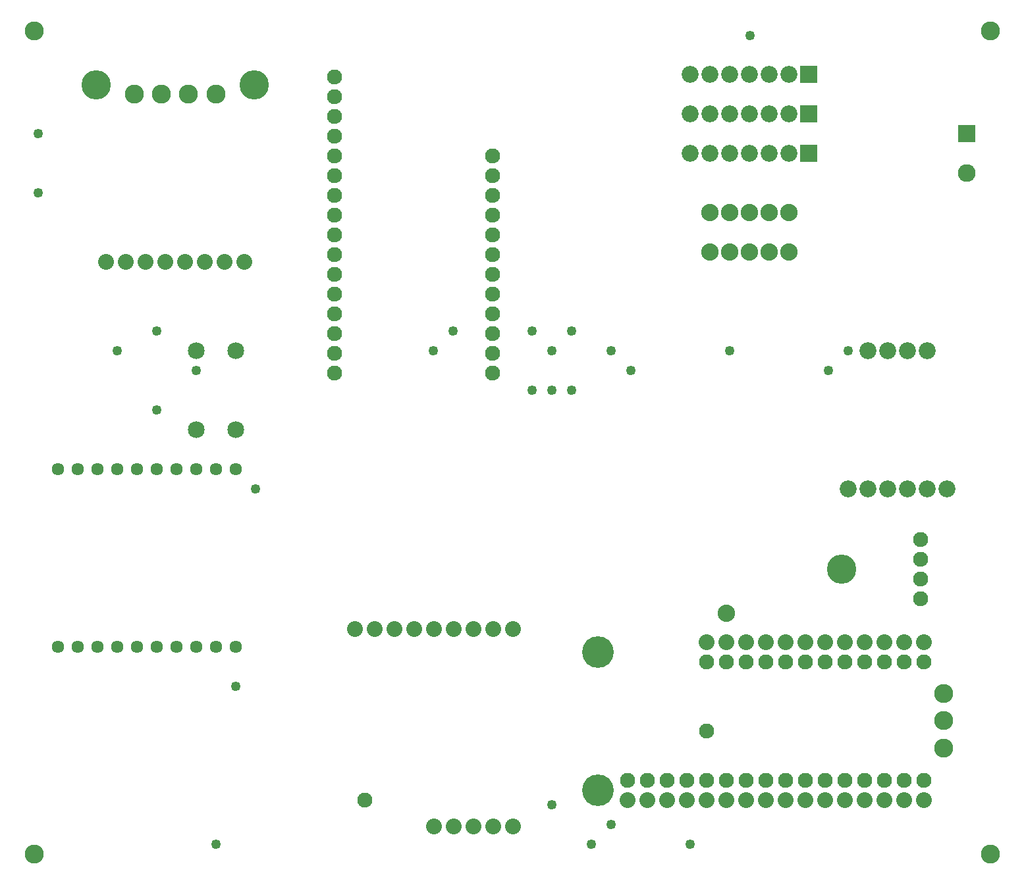
<source format=gts>
G04 MADE WITH FRITZING*
G04 WWW.FRITZING.ORG*
G04 DOUBLE SIDED*
G04 HOLES PLATED*
G04 CONTOUR ON CENTER OF CONTOUR VECTOR*
%ASAXBY*%
%FSLAX23Y23*%
%MOIN*%
%OFA0B0*%
%SFA1.0B1.0*%
%ADD10C,0.076000*%
%ADD11C,0.080000*%
%ADD12C,0.086000*%
%ADD13C,0.160000*%
%ADD14C,0.096000*%
%ADD15C,0.148425*%
%ADD16C,0.088000*%
%ADD17C,0.090000*%
%ADD18C,0.063528*%
%ADD19C,0.085000*%
%ADD20C,0.049370*%
%ADD21C,0.096614*%
%ADD22R,0.086000X0.086000*%
%ADD23R,0.090000X0.090000*%
%LNMASK1*%
G90*
G70*
G54D10*
X1602Y2518D03*
X1602Y2618D03*
X1602Y2718D03*
X1602Y2818D03*
X1602Y2918D03*
X1602Y3018D03*
X1602Y3118D03*
X1602Y3218D03*
X1602Y3318D03*
X1602Y3418D03*
X1602Y3518D03*
X1602Y3618D03*
X1602Y3718D03*
X1602Y3818D03*
X1602Y3918D03*
X1602Y4018D03*
X2402Y3618D03*
X2402Y3518D03*
X2402Y3418D03*
X2402Y3318D03*
X2402Y3218D03*
X2402Y3118D03*
X2402Y3018D03*
X2402Y2918D03*
X2402Y2818D03*
X2402Y2718D03*
X2402Y2618D03*
X2402Y2518D03*
G54D11*
X2505Y222D03*
X2405Y222D03*
X2305Y222D03*
X2205Y222D03*
X2105Y222D03*
G54D10*
X1755Y357D03*
G54D11*
X2505Y1222D03*
X2405Y1222D03*
X2305Y1222D03*
X2205Y1222D03*
X2105Y1222D03*
X2005Y1222D03*
X1905Y1222D03*
X1805Y1222D03*
X1705Y1222D03*
G54D12*
X4000Y3833D03*
X3900Y3833D03*
X3800Y3833D03*
X3700Y3833D03*
X3600Y3833D03*
X3500Y3833D03*
X3400Y3833D03*
X4000Y4033D03*
X3900Y4033D03*
X3800Y4033D03*
X3700Y4033D03*
X3600Y4033D03*
X3500Y4033D03*
X3400Y4033D03*
X4000Y3633D03*
X3900Y3633D03*
X3800Y3633D03*
X3700Y3633D03*
X3600Y3633D03*
X3500Y3633D03*
X3400Y3633D03*
X4200Y1933D03*
X4300Y1933D03*
X4400Y1933D03*
X4500Y1933D03*
X4600Y1933D03*
X4700Y1933D03*
X4300Y2633D03*
X4400Y2633D03*
X4500Y2633D03*
X4600Y2633D03*
G54D11*
X4283Y356D03*
G54D13*
X2933Y1106D03*
G54D11*
X4183Y1156D03*
G54D14*
X4683Y758D03*
G54D11*
X4583Y1156D03*
X3783Y1156D03*
G54D10*
X4583Y456D03*
X4483Y456D03*
X4383Y456D03*
X4283Y456D03*
G54D11*
X4083Y356D03*
G54D10*
X4183Y456D03*
G54D11*
X4483Y356D03*
G54D10*
X4083Y456D03*
G54D11*
X4383Y1156D03*
G54D10*
X3983Y456D03*
G54D11*
X3983Y1156D03*
G54D10*
X3883Y456D03*
G54D11*
X3583Y1156D03*
G54D10*
X3783Y456D03*
X3683Y456D03*
X3583Y456D03*
X3483Y456D03*
X3383Y456D03*
X3283Y456D03*
X3183Y456D03*
G54D11*
X3983Y356D03*
G54D10*
X3083Y456D03*
G54D11*
X4183Y356D03*
G54D10*
X3483Y706D03*
G54D11*
X4383Y356D03*
G54D10*
X3483Y1056D03*
G54D11*
X4583Y356D03*
G54D10*
X3583Y1056D03*
G54D11*
X4483Y1156D03*
G54D10*
X3683Y1056D03*
G54D11*
X4283Y1156D03*
G54D10*
X3783Y1056D03*
G54D11*
X4083Y1156D03*
G54D10*
X3883Y1056D03*
G54D11*
X3883Y1156D03*
G54D10*
X3983Y1056D03*
G54D11*
X3683Y1156D03*
G54D10*
X4083Y1056D03*
G54D11*
X3483Y1156D03*
G54D10*
X4183Y1056D03*
G54D13*
X2933Y406D03*
G54D10*
X4283Y1056D03*
X4383Y1056D03*
X4483Y1056D03*
X4583Y1056D03*
G54D11*
X3083Y356D03*
X3183Y356D03*
X3283Y356D03*
X3383Y356D03*
X3483Y356D03*
X3583Y356D03*
X3683Y356D03*
G54D14*
X4683Y896D03*
G54D11*
X3783Y356D03*
G54D14*
X4683Y620D03*
G54D11*
X3883Y356D03*
G54D15*
X4167Y1527D03*
G54D10*
X4567Y1677D03*
X4567Y1577D03*
X4567Y1477D03*
X4567Y1377D03*
G54D16*
X3500Y3333D03*
X3600Y3333D03*
X3700Y3333D03*
X3800Y3333D03*
X3900Y3333D03*
G54D17*
X4800Y3733D03*
X4800Y3533D03*
G54D18*
X200Y1133D03*
X300Y1133D03*
X400Y1133D03*
X500Y1133D03*
X600Y1133D03*
X700Y1133D03*
X800Y1133D03*
X900Y1133D03*
X1000Y1133D03*
X1100Y1133D03*
X200Y2033D03*
X300Y2033D03*
X400Y2033D03*
X500Y2033D03*
X600Y2033D03*
X700Y2033D03*
X800Y2033D03*
X900Y2033D03*
X1000Y2033D03*
X1100Y2033D03*
G54D16*
X3583Y1301D03*
X3500Y3133D03*
X3600Y3133D03*
X3700Y3133D03*
X3800Y3133D03*
X3900Y3133D03*
G54D14*
X587Y3933D03*
G54D15*
X393Y3978D03*
G54D14*
X862Y3933D03*
G54D11*
X443Y3083D03*
X543Y3083D03*
G54D15*
X1193Y3978D03*
G54D11*
X643Y3083D03*
X743Y3083D03*
X843Y3083D03*
X943Y3083D03*
X1043Y3083D03*
X1143Y3083D03*
G54D14*
X1000Y3933D03*
X725Y3933D03*
G54D19*
X900Y2633D03*
X900Y2233D03*
X1100Y2633D03*
X1100Y2233D03*
G54D20*
X1100Y933D03*
X2700Y333D03*
X3000Y233D03*
X500Y2633D03*
X700Y2733D03*
X900Y2533D03*
X700Y2333D03*
X4200Y2633D03*
X2100Y2633D03*
X2200Y2733D03*
X2700Y2433D03*
X2700Y2633D03*
X2600Y2733D03*
X2600Y2433D03*
X2800Y2733D03*
X2800Y2433D03*
X3000Y2633D03*
X3100Y2533D03*
X4100Y2533D03*
X3600Y2633D03*
X2900Y133D03*
X1000Y133D03*
X100Y3433D03*
X100Y3733D03*
X3704Y4229D03*
X1200Y1933D03*
G54D21*
X79Y4254D03*
X79Y81D03*
X4921Y4254D03*
X4921Y81D03*
G54D20*
X3000Y233D03*
X3400Y133D03*
G54D22*
X4000Y3833D03*
X4000Y4033D03*
X4000Y3633D03*
G54D23*
X4800Y3733D03*
G04 End of Mask1*
M02*
</source>
